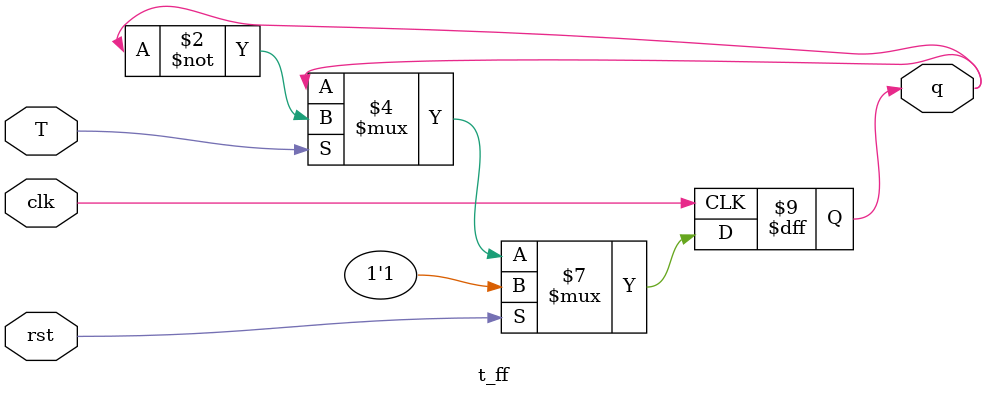
<source format=v>
`timescale 1ns / 1ps


module down_ned_counter(
    clk,rst,count
    );
    input clk,rst;
    output [3:0]count;
    wire [3:0]q;

    
    t_ff in1(1,clk,rst,q[0]);
    t_ff in2(1,~q[0],rst,q[1]);
    t_ff in3(1,~q[1],rst,q[2]);
    t_ff in4(1,~q[2],rst,q[3]);
    
    assign count = {q[3],q[2],q[1],q[0]};
endmodule


module t_ff(T,clk,rst,q);
    input T,clk,rst;
    output reg q;
        
always @ (negedge clk)
    begin
        if(rst)
            q <= 1;
        else if(T)
            q<=~q;
        else
            q <=q;
    end
endmodule

</source>
